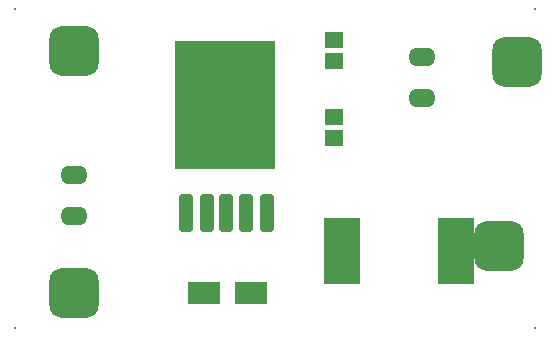
<source format=gts>
G04*
G04 #@! TF.GenerationSoftware,Altium Limited,Altium Designer,21.1.1 (26)*
G04*
G04 Layer_Color=8388736*
%FSLAX25Y25*%
%MOIN*%
G70*
G04*
G04 #@! TF.SameCoordinates,9BCB9740-BAEC-44A0-B6CA-C752D964FD41*
G04*
G04*
G04 #@! TF.FilePolarity,Negative*
G04*
G01*
G75*
%ADD18R,0.12217X0.22060*%
%ADD19R,0.33792X0.42768*%
G04:AMPARAMS|DCode=20|XSize=48mil|YSize=129.06mil|CornerRadius=14mil|HoleSize=0mil|Usage=FLASHONLY|Rotation=0.000|XOffset=0mil|YOffset=0mil|HoleType=Round|Shape=RoundedRectangle|*
%AMROUNDEDRECTD20*
21,1,0.04800,0.10106,0,0,0.0*
21,1,0.02000,0.12906,0,0,0.0*
1,1,0.02800,0.01000,-0.05053*
1,1,0.02800,-0.01000,-0.05053*
1,1,0.02800,-0.01000,0.05053*
1,1,0.02800,0.01000,0.05053*
%
%ADD20ROUNDEDRECTD20*%
%ADD21R,0.06115X0.05328*%
%ADD22R,0.10642X0.07493*%
G04:AMPARAMS|DCode=23|XSize=8mil|YSize=8mil|CornerRadius=0mil|HoleSize=0mil|Usage=FLASHONLY|Rotation=0.000|XOffset=0mil|YOffset=0mil|HoleType=Round|Shape=RoundedRectangle|*
%AMROUNDEDRECTD23*
21,1,0.00800,0.00800,0,0,0.0*
21,1,0.00800,0.00800,0,0,0.0*
1,1,0.00000,0.00400,-0.00400*
1,1,0.00000,-0.00400,-0.00400*
1,1,0.00000,-0.00400,0.00400*
1,1,0.00000,0.00400,0.00400*
%
%ADD23ROUNDEDRECTD23*%
G04:AMPARAMS|DCode=24|XSize=165.48mil|YSize=165.48mil|CornerRadius=43.37mil|HoleSize=0mil|Usage=FLASHONLY|Rotation=0.000|XOffset=0mil|YOffset=0mil|HoleType=Round|Shape=RoundedRectangle|*
%AMROUNDEDRECTD24*
21,1,0.16548,0.07874,0,0,0.0*
21,1,0.07874,0.16548,0,0,0.0*
1,1,0.08674,0.03937,-0.03937*
1,1,0.08674,-0.03937,-0.03937*
1,1,0.08674,-0.03937,0.03937*
1,1,0.08674,0.03937,0.03937*
%
%ADD24ROUNDEDRECTD24*%
%ADD25O,0.09068X0.06312*%
D18*
X458071Y301181D02*
D03*
X419882D02*
D03*
D19*
X380890Y349957D02*
D03*
D20*
X394890Y313957D02*
D03*
X387890D02*
D03*
X381390D02*
D03*
X374890D02*
D03*
X367890D02*
D03*
D21*
X417323Y345965D02*
D03*
Y339075D02*
D03*
Y371555D02*
D03*
Y364665D02*
D03*
D22*
X374016Y287402D02*
D03*
X389764D02*
D03*
D23*
X484252Y275590D02*
D03*
Y381890D02*
D03*
X311024D02*
D03*
Y275590D02*
D03*
D24*
X478346Y364173D02*
D03*
X330709Y368110D02*
D03*
X472441Y303150D02*
D03*
X330709Y287402D02*
D03*
D25*
X446850Y352362D02*
D03*
Y366142D02*
D03*
X330709Y312992D02*
D03*
Y326772D02*
D03*
M02*

</source>
